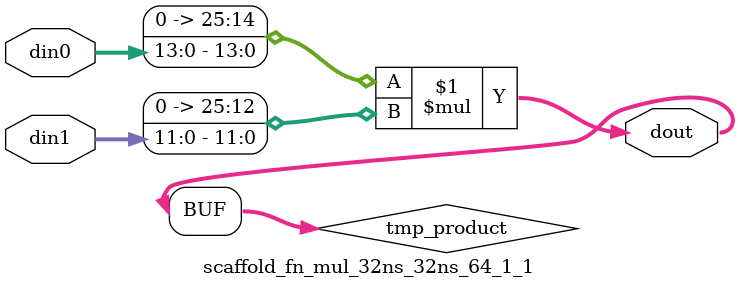
<source format=v>

`timescale 1 ns / 1 ps

 module scaffold_fn_mul_32ns_32ns_64_1_1(din0, din1, dout);
parameter ID = 1;
parameter NUM_STAGE = 0;
parameter din0_WIDTH = 14;
parameter din1_WIDTH = 12;
parameter dout_WIDTH = 26;

input [din0_WIDTH - 1 : 0] din0; 
input [din1_WIDTH - 1 : 0] din1; 
output [dout_WIDTH - 1 : 0] dout;

wire signed [dout_WIDTH - 1 : 0] tmp_product;
























assign tmp_product = $signed({1'b0, din0}) * $signed({1'b0, din1});











assign dout = tmp_product;





















endmodule

</source>
